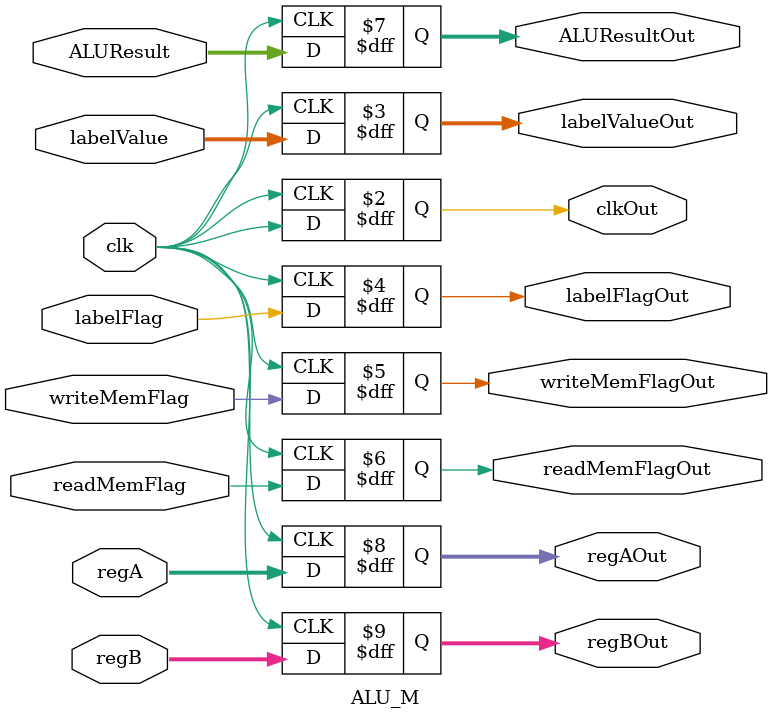
<source format=sv>
module ALU_M(

input clk,
input [7:0] labelValue,
input labelFlag,
input writeMemFlag,
input readMemFlag,
input [7:0] ALUResult,
input [7:0] regA,
input [7:0] regB,

output clkOut,
output [7:0] labelValueOut,
output labelFlagOut,
output writeMemFlagOut,
output readMemFlagOut,
output [7:0] ALUResultOut,
output [7:0] regAOut,
output [7:0] regBOut
);


always @ (posedge clk)
begin

clkOut = clk;
labelValueOut = labelValue;
labelFlagOut = labelFlag;
writeMemFlagOut = writeMemFlag;
readMemFlagOut = readMemFlag;
ALUResultOut = ALUResult;
regAOut = regA;
regBOut = regB;

end


endmodule
</source>
